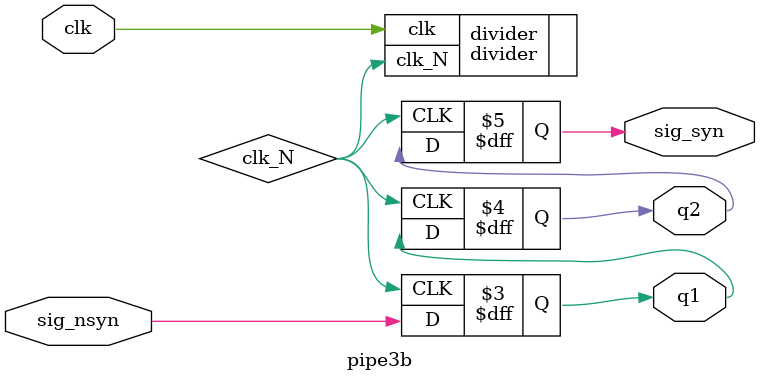
<source format=v>
`timescale 1ns / 1ps

module pipe3b(sig_nsyn, clk, q1, q2, sig_syn);
  input clk;
  input sig_nsyn;
  output reg q1, q2, sig_syn;
  wire clk_N;

  divider divider(.clk(clk), .clk_N(clk_N));

initial begin
  q1 = 0;
  q2 = 0;
  sig_syn = 0;
end

always@(posedge clk_N) begin
  sig_syn <= q2;
  q2 <= q1;
  q1 <= sig_nsyn;
end

endmodule
</source>
